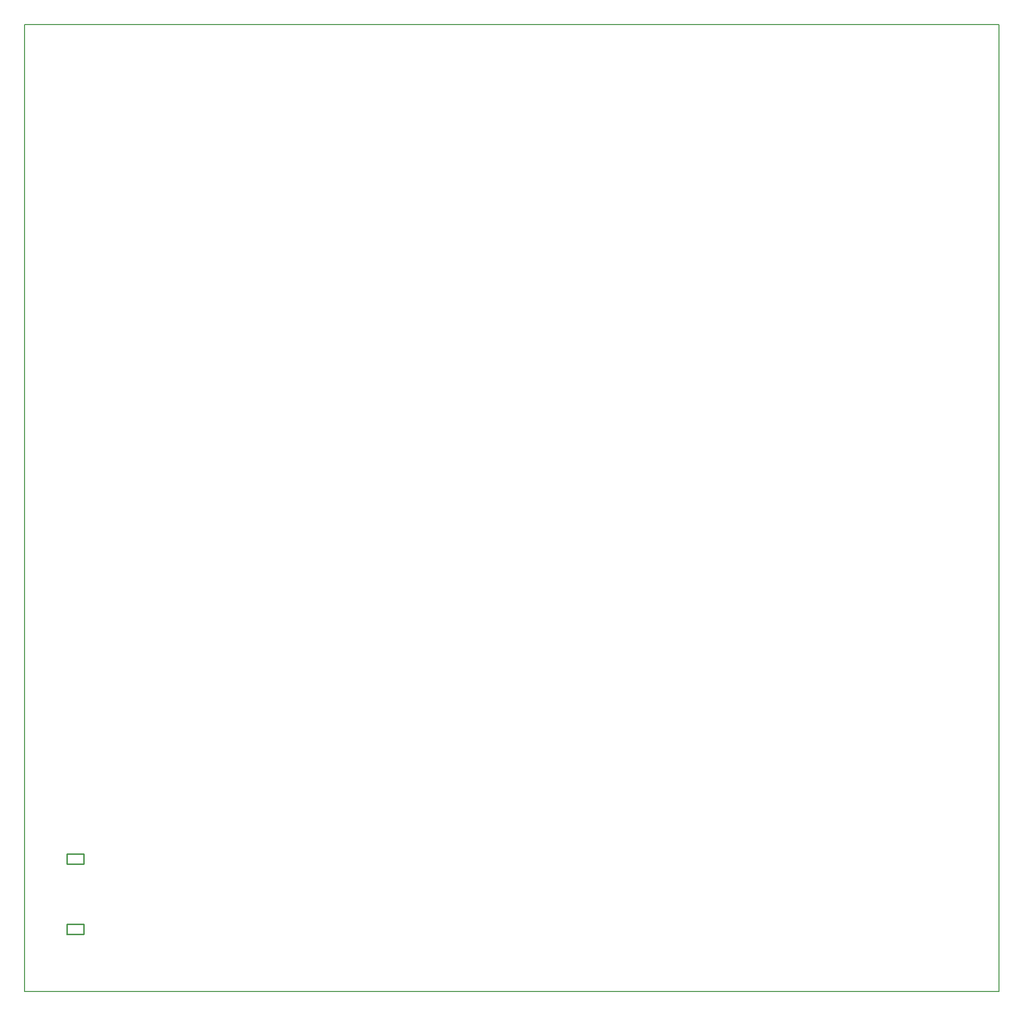
<source format=gko>
G04*
G04  File:            TOPBOARD-V5.3.1.GKO, Fri Oct 24 02:21:45 2025*
G04  Source:          P-CAD 2006 PCB, Version 19.02.958, (D:\PCAD-2006\Projects\Pentagon-4096\Hardware\TopBoard-v5.3.1.PCB)*
G04  Format:          Gerber Format (RS-274-D), ASCII*
G04*
G04  Format Options:  Absolute Positioning*
G04                   Leading-Zero Suppression*
G04                   Scale Factor 1:1*
G04                   NO Circular Interpolation*
G04                   Inch Units*
G04                   Numeric Format: 4.4 (XXXX.XXXX)*
G04                   G54 NOT Used for Aperture Change*
G04                   Apertures Embedded*
G04*
G04  File Options:    Offset = (0.0mil,0.0mil)*
G04                   Drill Symbol Size = 80.0mil*
G04                   No Pad/Via Holes*
G04*
G04  File Contents:   No Pads*
G04                   No Vias*
G04                   No Designators*
G04                   No Types*
G04                   No Values*
G04                   No Drill Symbols*
G04                   Board*
G04*
%INTOPBOARD-V5.3.1.GKO*%
%ICAS*%
%MOIN*%
G04*
G04  Aperture MACROs for general use --- invoked via D-code assignment *
G04*
G04  General MACRO for flashed round with rotation and/or offset hole *
%AMROTOFFROUND*
1,1,$1,0.0000,0.0000*
1,0,$2,$3,$4*%
G04*
G04  General MACRO for flashed oval (obround) with rotation and/or offset hole *
%AMROTOFFOVAL*
21,1,$1,$2,0.0000,0.0000,$3*
1,1,$4,$5,$6*
1,1,$4,0-$5,0-$6*
1,0,$7,$8,$9*%
G04*
G04  General MACRO for flashed oval (obround) with rotation and no hole *
%AMROTOVALNOHOLE*
21,1,$1,$2,0.0000,0.0000,$3*
1,1,$4,$5,$6*
1,1,$4,0-$5,0-$6*%
G04*
G04  General MACRO for flashed rectangle with rotation and/or offset hole *
%AMROTOFFRECT*
21,1,$1,$2,0.0000,0.0000,$3*
1,0,$4,$5,$6*%
G04*
G04  General MACRO for flashed rectangle with rotation and no hole *
%AMROTRECTNOHOLE*
21,1,$1,$2,0.0000,0.0000,$3*%
G04*
G04  General MACRO for flashed rounded-rectangle *
%AMROUNDRECT*
21,1,$1,$2-$4,0.0000,0.0000,$3*
21,1,$1-$4,$2,0.0000,0.0000,$3*
1,1,$4,$5,$6*
1,1,$4,$7,$8*
1,1,$4,0-$5,0-$6*
1,1,$4,0-$7,0-$8*
1,0,$9,$10,$11*%
G04*
G04  General MACRO for flashed rounded-rectangle with rotation and no hole *
%AMROUNDRECTNOHOLE*
21,1,$1,$2-$4,0.0000,0.0000,$3*
21,1,$1-$4,$2,0.0000,0.0000,$3*
1,1,$4,$5,$6*
1,1,$4,$7,$8*
1,1,$4,0-$5,0-$6*
1,1,$4,0-$7,0-$8*%
G04*
G04  General MACRO for flashed regular polygon *
%AMREGPOLY*
5,1,$1,0.0000,0.0000,$2,$3+$4*
1,0,$5,$6,$7*%
G04*
G04  General MACRO for flashed regular polygon with no hole *
%AMREGPOLYNOHOLE*
5,1,$1,0.0000,0.0000,$2,$3+$4*%
G04*
G04  General MACRO for target *
%AMTARGET*
6,0,0,$1,$2,$3,4,$4,$5,$6*%
G04*
G04  General MACRO for mounting hole *
%AMMTHOLE*
1,1,$1,0,0*
1,0,$2,0,0*
$1=$1-$2*
$1=$1/2*
21,1,$2+$1,$3,0,0,$4*
21,1,$3,$2+$1,0,0,$4*%
G04*
G04*
G04  D10 : "Ellipse X10.0mil Y10.0mil H0.0mil 0.0deg (0.0mil,0.0mil) Draw"*
G04  Disc: OuterDia=0.0100*
%ADD10C, 0.0100*%
G04  D11 : "Ellipse X15.0mil Y15.0mil H0.0mil 0.0deg (0.0mil,0.0mil) Draw"*
G04  Disc: OuterDia=0.0150*
%ADD11C, 0.0150*%
G04  D12 : "Ellipse X16.0mil Y16.0mil H0.0mil 0.0deg (0.0mil,0.0mil) Draw"*
G04  Disc: OuterDia=0.0160*
%ADD12C, 0.0160*%
G04  D13 : "Ellipse X20.0mil Y20.0mil H0.0mil 0.0deg (0.0mil,0.0mil) Draw"*
G04  Disc: OuterDia=0.0200*
%ADD13C, 0.0200*%
G04  D14 : "Ellipse X25.0mil Y25.0mil H0.0mil 0.0deg (0.0mil,0.0mil) Draw"*
G04  Disc: OuterDia=0.0250*
%ADD14C, 0.0250*%
G04  D15 : "Ellipse X30.0mil Y30.0mil H0.0mil 0.0deg (0.0mil,0.0mil) Draw"*
G04  Disc: OuterDia=0.0300*
%ADD15C, 0.0300*%
G04  D16 : "Ellipse X40.0mil Y40.0mil H0.0mil 0.0deg (0.0mil,0.0mil) Draw"*
G04  Disc: OuterDia=0.0400*
%ADD16C, 0.0400*%
G04  D17 : "Ellipse X5.0mil Y5.0mil H0.0mil 0.0deg (0.0mil,0.0mil) Draw"*
G04  Disc: OuterDia=0.0050*
%ADD17C, 0.0050*%
G04  D18 : "Ellipse X6.0mil Y6.0mil H0.0mil 0.0deg (0.0mil,0.0mil) Draw"*
G04  Disc: OuterDia=0.0060*
%ADD18C, 0.0060*%
G04  D19 : "Ellipse X8.0mil Y8.0mil H0.0mil 0.0deg (0.0mil,0.0mil) Draw"*
G04  Disc: OuterDia=0.0080*
%ADD19C, 0.0080*%
G04  D20 : "Ellipse X9.8mil Y9.8mil H0.0mil 0.0deg (0.0mil,0.0mil) Draw"*
G04  Disc: OuterDia=0.0098*
%ADD20C, 0.0098*%
G04  D21 : "Ellipse X9.8mil Y9.8mil H0.0mil 0.0deg (0.0mil,0.0mil) Draw"*
G04  Disc: OuterDia=0.0098*
%ADD21C, 0.0098*%
G04  D22 : "Ellipse X111.0mil Y111.0mil H0.0mil 0.0deg (0.0mil,0.0mil) Flash"*
G04  Disc: OuterDia=0.1110*
%ADD22C, 0.1110*%
G04  D23 : "Ellipse X128.0mil Y128.0mil H0.0mil 0.0deg (0.0mil,0.0mil) Flash"*
G04  Disc: OuterDia=0.1280*
%ADD23C, 0.1280*%
G04  D24 : "Ellipse X143.0mil Y143.0mil H0.0mil 0.0deg (0.0mil,0.0mil) Flash"*
G04  Disc: OuterDia=0.1430*
%ADD24C, 0.1430*%
G04  D25 : "Ellipse X200.0mil Y200.0mil H0.0mil 0.0deg (0.0mil,0.0mil) Flash"*
G04  Disc: OuterDia=0.2000*
%ADD25C, 0.2000*%
G04  D26 : "Ellipse X215.0mil Y215.0mil H0.0mil 0.0deg (0.0mil,0.0mil) Flash"*
G04  Disc: OuterDia=0.2150*
%ADD26C, 0.2150*%
G04  D27 : "Ellipse X50.0mil Y50.0mil H0.0mil 0.0deg (0.0mil,0.0mil) Flash"*
G04  Disc: OuterDia=0.0500*
%ADD27C, 0.0500*%
G04  D28 : "Ellipse X58.0mil Y58.0mil H0.0mil 0.0deg (0.0mil,0.0mil) Flash"*
G04  Disc: OuterDia=0.0580*
%ADD28C, 0.0580*%
G04  D29 : "Ellipse X60.0mil Y60.0mil H0.0mil 0.0deg (0.0mil,0.0mil) Flash"*
G04  Disc: OuterDia=0.0600*
%ADD29C, 0.0600*%
G04  D30 : "Ellipse X64.0mil Y64.0mil H0.0mil 0.0deg (0.0mil,0.0mil) Flash"*
G04  Disc: OuterDia=0.0640*
%ADD30C, 0.0640*%
G04  D31 : "Ellipse X65.0mil Y65.0mil H0.0mil 0.0deg (0.0mil,0.0mil) Flash"*
G04  Disc: OuterDia=0.0650*
%ADD31C, 0.0650*%
G04  D32 : "Ellipse X69.0mil Y69.0mil H0.0mil 0.0deg (0.0mil,0.0mil) Flash"*
G04  Disc: OuterDia=0.0690*
%ADD32C, 0.0690*%
G04  D33 : "Ellipse X73.0mil Y73.0mil H0.0mil 0.0deg (0.0mil,0.0mil) Flash"*
G04  Disc: OuterDia=0.0730*
%ADD33C, 0.0730*%
G04  D34 : "Ellipse X75.0mil Y75.0mil H0.0mil 0.0deg (0.0mil,0.0mil) Flash"*
G04  Disc: OuterDia=0.0750*
%ADD34C, 0.0750*%
G04  D35 : "Ellipse X79.0mil Y79.0mil H0.0mil 0.0deg (0.0mil,0.0mil) Flash"*
G04  Disc: OuterDia=0.0790*
%ADD35C, 0.0790*%
G04  D36 : "Ellipse X84.0mil Y84.0mil H0.0mil 0.0deg (0.0mil,0.0mil) Flash"*
G04  Disc: OuterDia=0.0840*
%ADD36C, 0.0840*%
G04  D37 : "Ellipse X90.0mil Y90.0mil H0.0mil 0.0deg (0.0mil,0.0mil) Flash"*
G04  Disc: OuterDia=0.0900*
%ADD37C, 0.0900*%
G04  D38 : "Ellipse X96.0mil Y96.0mil H0.0mil 0.0deg (0.0mil,0.0mil) Flash"*
G04  Disc: OuterDia=0.0960*
%ADD38C, 0.0960*%
G04  D39 : "Rectangle X114.0mil Y114.0mil H0.0mil 0.0deg (0.0mil,0.0mil) Flash"*
G04  Square: Side=0.1140, Rotation=0.0, OffsetX=0.0000, OffsetY=0.0000, HoleDia=0.0000*
%ADD39R, 0.1140 X0.1140*%
G04  D40 : "Rectangle X116.0mil Y116.0mil H0.0mil 0.0deg (0.0mil,0.0mil) Flash"*
G04  Square: Side=0.1160, Rotation=0.0, OffsetX=0.0000, OffsetY=0.0000, HoleDia=0.0000*
%ADD40R, 0.1160 X0.1160*%
G04  D41 : "Rectangle X131.0mil Y131.0mil H0.0mil 0.0deg (0.0mil,0.0mil) Flash"*
G04  Square: Side=0.1310, Rotation=0.0, OffsetX=0.0000, OffsetY=0.0000, HoleDia=0.0000*
%ADD41R, 0.1310 X0.1310*%
G04  D42 : "Rectangle X50.0mil Y50.0mil H0.0mil 0.0deg (0.0mil,0.0mil) Flash"*
G04  Square: Side=0.0500, Rotation=0.0, OffsetX=0.0000, OffsetY=0.0000, HoleDia=0.0000*
%ADD42R, 0.0500 X0.0500*%
G04  D43 : "Rectangle X60.0mil Y60.0mil H0.0mil 0.0deg (0.0mil,0.0mil) Flash"*
G04  Square: Side=0.0600, Rotation=0.0, OffsetX=0.0000, OffsetY=0.0000, HoleDia=0.0000*
%ADD43R, 0.0600 X0.0600*%
G04  D44 : "Rectangle X64.0mil Y64.0mil H0.0mil 0.0deg (0.0mil,0.0mil) Flash"*
G04  Square: Side=0.0640, Rotation=0.0, OffsetX=0.0000, OffsetY=0.0000, HoleDia=0.0000*
%ADD44R, 0.0640 X0.0640*%
G04  D45 : "Rectangle X65.0mil Y65.0mil H0.0mil 0.0deg (0.0mil,0.0mil) Flash"*
G04  Square: Side=0.0650, Rotation=0.0, OffsetX=0.0000, OffsetY=0.0000, HoleDia=0.0000*
%ADD45R, 0.0650 X0.0650*%
G04  D46 : "Rectangle X69.0mil Y69.0mil H0.0mil 0.0deg (0.0mil,0.0mil) Flash"*
G04  Square: Side=0.0690, Rotation=0.0, OffsetX=0.0000, OffsetY=0.0000, HoleDia=0.0000*
%ADD46R, 0.0690 X0.0690*%
G04  D47 : "Rectangle X75.0mil Y75.0mil H0.0mil 0.0deg (0.0mil,0.0mil) Flash"*
G04  Square: Side=0.0750, Rotation=0.0, OffsetX=0.0000, OffsetY=0.0000, HoleDia=0.0000*
%ADD47R, 0.0750 X0.0750*%
G04  D48 : "Rectangle X79.0mil Y79.0mil H0.0mil 0.0deg (0.0mil,0.0mil) Flash"*
G04  Square: Side=0.0790, Rotation=0.0, OffsetX=0.0000, OffsetY=0.0000, HoleDia=0.0000*
%ADD48R, 0.0790 X0.0790*%
G04  D49 : "Rectangle X84.0mil Y84.0mil H0.0mil 0.0deg (0.0mil,0.0mil) Flash"*
G04  Square: Side=0.0840, Rotation=0.0, OffsetX=0.0000, OffsetY=0.0000, HoleDia=0.0000*
%ADD49R, 0.0840 X0.0840*%
G04  D50 : "Rectangle X99.0mil Y99.0mil H0.0mil 0.0deg (0.0mil,0.0mil) Flash"*
G04  Square: Side=0.0990, Rotation=0.0, OffsetX=0.0000, OffsetY=0.0000, HoleDia=0.0000*
%ADD50R, 0.0990 X0.0990*%
G04  D51 : "Ellipse X30.0mil Y30.0mil H0.0mil 0.0deg (0.0mil,0.0mil) Flash"*
G04  Disc: OuterDia=0.0300*
%ADD51C, 0.0300*%
G04  D52 : "Ellipse X45.0mil Y45.0mil H0.0mil 0.0deg (0.0mil,0.0mil) Flash"*
G04  Disc: OuterDia=0.0450*
%ADD52C, 0.0450*%
G04*
%FSLAX44Y44*%
%SFA1B1*%
%OFA0.0000B0.0000*%
G04*
G70*
G90*
G01*
D2*
%LNBoard*%
%LPD*%
D17*
X102912Y157666*
Y156947D1*
X104100*
Y157666*
X102912*
X102905Y162545D2*
X102910Y161830D1*
X104095*
Y162545*
X102905*
X100000Y220000D2*
Y153000D1*
X167500*
Y220000*
X100000*
D2*
D10*
X104094Y161836*
Y162545D1*
X102913D2*
Y161836D1*
X104094Y156954D2*
Y157663D1*
X102913D2*
Y156954D1*
Y161836D2*
X104094D1*
Y162545D2*
X102913D1*
Y156954D2*
X104094D1*
Y157663D2*
X102913D1*
D02M02*

</source>
